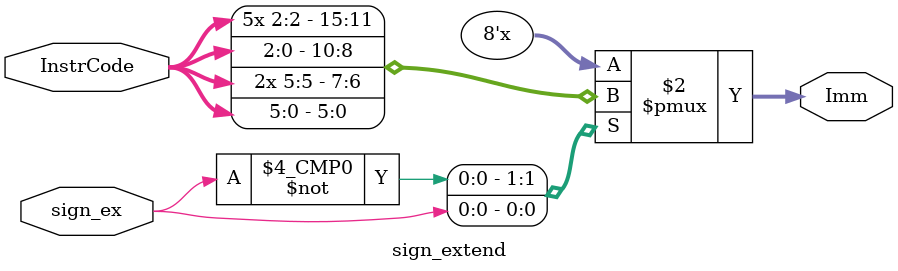
<source format=v>
`timescale 1ns / 1ps
module sign_extend(
    input [5:0] InstrCode,
	 input sign_ex,
    output reg [7:0] Imm
    );

always@(*)
begin
	case(sign_ex)
		1'b0: Imm = {{6{InstrCode[2]}},InstrCode[1:0]};
		1'b1: Imm = {{3{InstrCode[5]}},InstrCode[4:0]};
		default: Imm = 8'h00;
	endcase
end

endmodule

</source>
